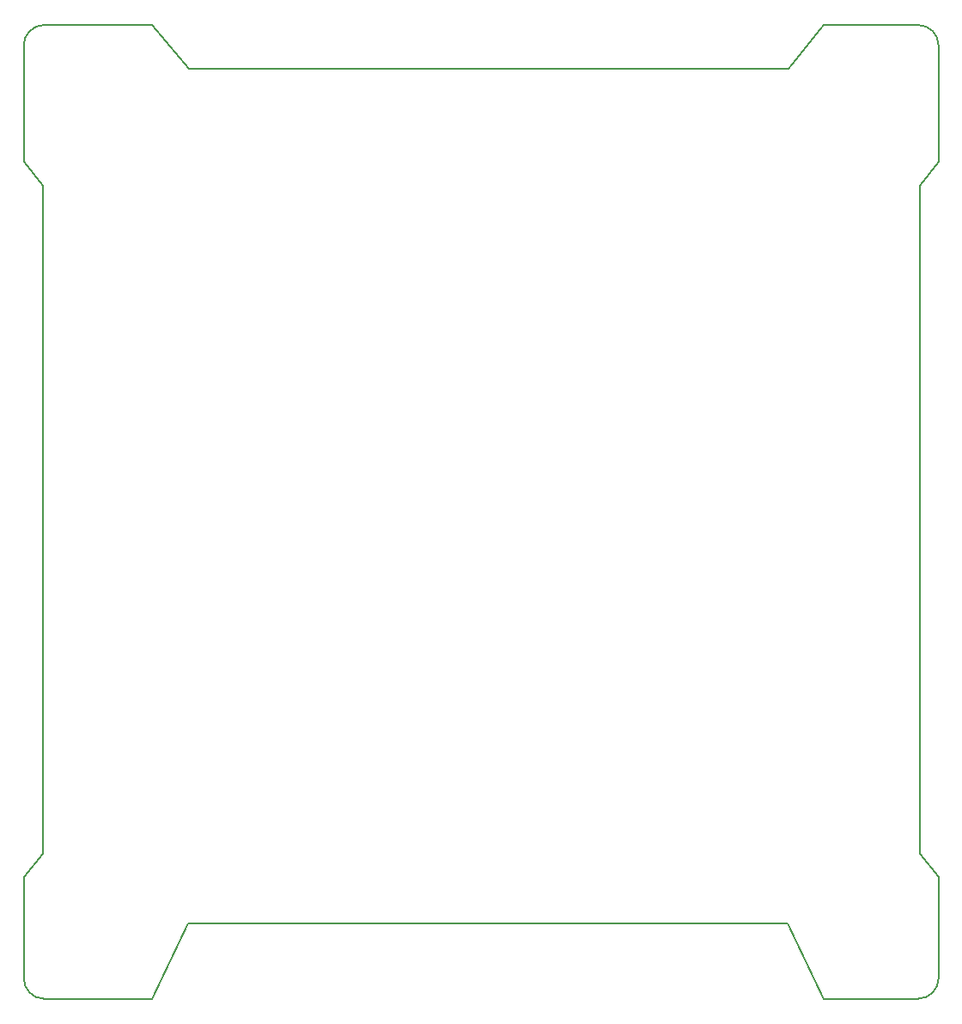
<source format=gm1>
%TF.GenerationSoftware,KiCad,Pcbnew,7.0.2-0*%
%TF.CreationDate,2024-05-08T22:09:35-07:00*%
%TF.ProjectId,MPPT_addon_board,4d505054-5f61-4646-946f-6e5f626f6172,1.4*%
%TF.SameCoordinates,Original*%
%TF.FileFunction,Profile,NP*%
%FSLAX46Y46*%
G04 Gerber Fmt 4.6, Leading zero omitted, Abs format (unit mm)*
G04 Created by KiCad (PCBNEW 7.0.2-0) date 2024-05-08 22:09:35*
%MOMM*%
%LPD*%
G01*
G04 APERTURE LIST*
%TA.AperFunction,Profile*%
%ADD10C,0.150000*%
%TD*%
G04 APERTURE END LIST*
D10*
X188493650Y-54506950D02*
X188506350Y-66001050D01*
X186626750Y-68337850D02*
X186626750Y-120312250D01*
X188493650Y-54506950D02*
G75*
G03*
X186493650Y-52506950I-1999950J50D01*
G01*
X188506350Y-136368400D02*
X188493650Y-146391950D01*
X186493650Y-52506950D02*
X177200000Y-52500000D01*
X110989150Y-52508050D02*
X100323650Y-52506950D01*
X186626750Y-120312250D02*
X186626750Y-134100000D01*
X173650000Y-141000000D02*
X177200000Y-148391950D01*
X98360200Y-136368400D02*
X98323650Y-146391950D01*
X98323650Y-54506950D02*
X98317750Y-66001050D01*
X186626750Y-68337850D02*
X188506350Y-66001050D01*
X114550000Y-141000000D02*
X110989150Y-148404650D01*
X114600000Y-56800000D02*
X173700000Y-56800000D01*
X186626750Y-134100000D02*
X188506350Y-136368400D01*
X100200000Y-68337850D02*
X98317750Y-66001050D01*
X177200000Y-52500000D02*
X173700000Y-56800000D01*
X114600000Y-56800000D02*
X110989150Y-52508050D01*
X100323650Y-52506950D02*
G75*
G03*
X98323650Y-54506950I-50J-1999950D01*
G01*
X100200000Y-134100000D02*
X100200000Y-68337850D01*
X98323650Y-146391950D02*
G75*
G03*
X100323650Y-148391950I1999950J-50D01*
G01*
X173650000Y-141000000D02*
X114550000Y-141000000D01*
X110989150Y-148404650D02*
X100323650Y-148391950D01*
X186493650Y-148391950D02*
X177200000Y-148391950D01*
X100200000Y-134100000D02*
X98360200Y-136368400D01*
X186493650Y-148391950D02*
G75*
G03*
X188493650Y-146391950I50J1999950D01*
G01*
M02*

</source>
